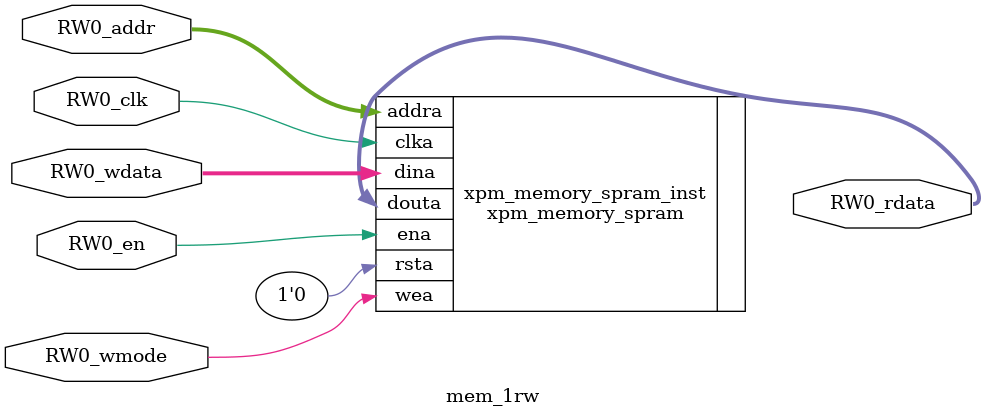
<source format=v>
`timescale 1ns/1ps
module mem_1rw (
  input [5:0] RW0_addr,
  input RW0_en,
  input RW0_clk,
  input RW0_wmode,
  input [63:0] RW0_wdata,
  output [63:0] RW0_rdata
);

  xpm_memory_spram #(
    .ADDR_WIDTH_A(6),
    .BYTE_WRITE_WIDTH_A(64),
    .MEMORY_SIZE(3072),
    .READ_DATA_WIDTH_A(64),
    .READ_LATENCY_A(1),
    .WRITE_DATA_WIDTH_A(64)
  ) xpm_memory_spram_inst (
    .douta(RW0_rdata),
    .addra(RW0_addr),
    .clka(RW0_clk),
    .dina(RW0_wdata),
    .ena(RW0_en),
    .rsta(1'b0),
    .wea(RW0_wmode)
  );
endmodule

</source>
